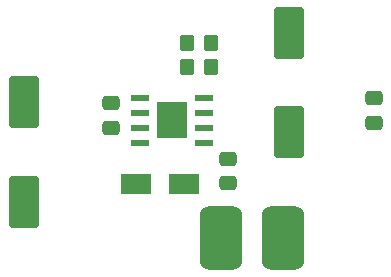
<source format=gtp>
%TF.GenerationSoftware,KiCad,Pcbnew,(6.0.8)*%
%TF.CreationDate,2022-12-06T12:54:16+01:00*%
%TF.ProjectId,Single-DCDC-Converter-Rev2,53696e67-6c65-42d4-9443-44432d436f6e,rev?*%
%TF.SameCoordinates,Original*%
%TF.FileFunction,Paste,Top*%
%TF.FilePolarity,Positive*%
%FSLAX46Y46*%
G04 Gerber Fmt 4.6, Leading zero omitted, Abs format (unit mm)*
G04 Created by KiCad (PCBNEW (6.0.8)) date 2022-12-06 12:54:16*
%MOMM*%
%LPD*%
G01*
G04 APERTURE LIST*
G04 Aperture macros list*
%AMRoundRect*
0 Rectangle with rounded corners*
0 $1 Rounding radius*
0 $2 $3 $4 $5 $6 $7 $8 $9 X,Y pos of 4 corners*
0 Add a 4 corners polygon primitive as box body*
4,1,4,$2,$3,$4,$5,$6,$7,$8,$9,$2,$3,0*
0 Add four circle primitives for the rounded corners*
1,1,$1+$1,$2,$3*
1,1,$1+$1,$4,$5*
1,1,$1+$1,$6,$7*
1,1,$1+$1,$8,$9*
0 Add four rect primitives between the rounded corners*
20,1,$1+$1,$2,$3,$4,$5,0*
20,1,$1+$1,$4,$5,$6,$7,0*
20,1,$1+$1,$6,$7,$8,$9,0*
20,1,$1+$1,$8,$9,$2,$3,0*%
G04 Aperture macros list end*
%ADD10RoundRect,0.250000X1.000000X-1.950000X1.000000X1.950000X-1.000000X1.950000X-1.000000X-1.950000X0*%
%ADD11RoundRect,0.250000X0.475000X-0.337500X0.475000X0.337500X-0.475000X0.337500X-0.475000X-0.337500X0*%
%ADD12R,2.600000X3.100000*%
%ADD13R,1.550000X0.600000*%
%ADD14RoundRect,0.900000X-0.900000X1.850000X-0.900000X-1.850000X0.900000X-1.850000X0.900000X1.850000X0*%
%ADD15RoundRect,0.900000X0.900000X-1.850000X0.900000X1.850000X-0.900000X1.850000X-0.900000X-1.850000X0*%
%ADD16R,2.500000X1.800000*%
%ADD17RoundRect,0.250000X-0.350000X-0.450000X0.350000X-0.450000X0.350000X0.450000X-0.350000X0.450000X0*%
%ADD18RoundRect,0.250000X0.350000X0.450000X-0.350000X0.450000X-0.350000X-0.450000X0.350000X-0.450000X0*%
G04 APERTURE END LIST*
D10*
X94200000Y-56000000D03*
X94200000Y-47600000D03*
D11*
X101600000Y-49737500D03*
X101600000Y-47662500D03*
D12*
X106700000Y-49100000D03*
D13*
X109400000Y-51005000D03*
X109400000Y-49735000D03*
X109400000Y-48465000D03*
X109400000Y-47195000D03*
X104000000Y-47195000D03*
X104000000Y-48465000D03*
X104000000Y-49735000D03*
X104000000Y-51005000D03*
D14*
X116115000Y-59075000D03*
D15*
X110835000Y-59075000D03*
D11*
X111500000Y-54462500D03*
X111500000Y-52387500D03*
D16*
X103700000Y-54500000D03*
X107700000Y-54500000D03*
D10*
X116650000Y-50100000D03*
X116650000Y-41700000D03*
D17*
X108000000Y-42600000D03*
X110000000Y-42600000D03*
D18*
X110000000Y-44600000D03*
X108000000Y-44600000D03*
D11*
X123800000Y-49337500D03*
X123800000Y-47262500D03*
M02*

</source>
